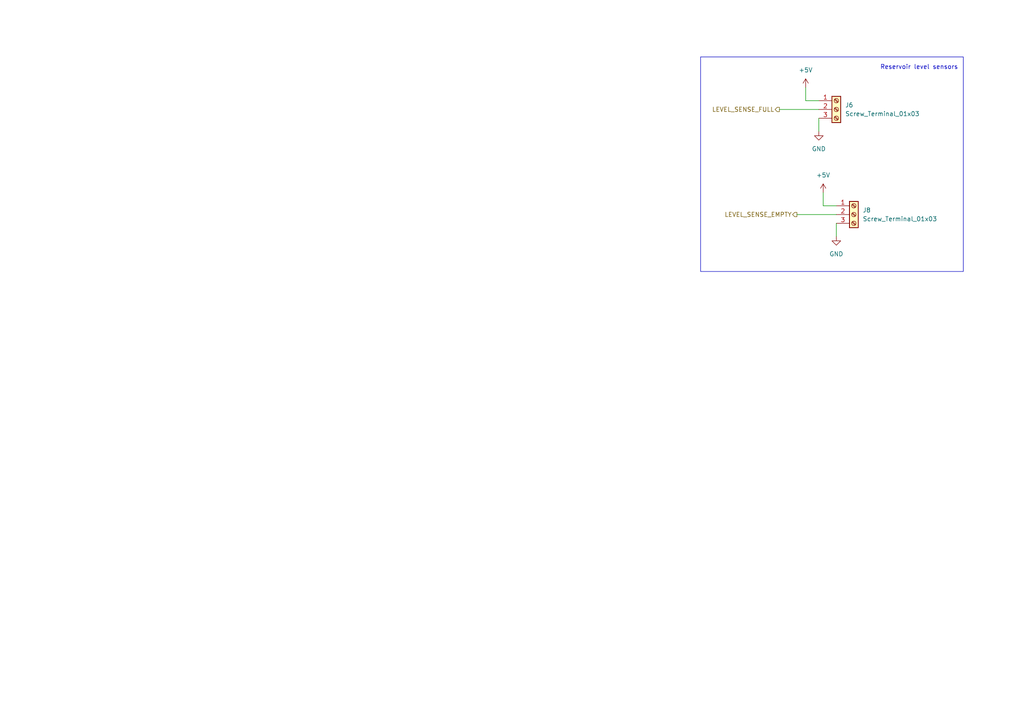
<source format=kicad_sch>
(kicad_sch (version 20230121) (generator eeschema)
  (paper "A4")
  (lib_symbols
    (symbol "Connector:Screw_Terminal_01x03" (pin_names (offset 1.016) hide)
      (property "Reference" "J" (at 0 5.08 0))
      (property "Value" "Screw_Terminal_01x03" (at 0 -5.08 0))
      (symbol "Screw_Terminal_01x03_1_1"
        (rectangle (start -1.27 3.81) (end 1.27 -3.81) (stroke (width 0.254)) (fill (type background)))
        (circle (center 0 -2.54) (radius 0.635) (stroke (width 0.1524)))
        (polyline (pts (xy -0.5334 -2.2098) (xy 0.3302 -3.048)) (stroke (width 0.1524)))
        (polyline (pts (xy -0.5334 0.3302) (xy 0.3302 -0.508)) (stroke (width 0.1524)))
        (polyline (pts (xy -0.5334 2.8702) (xy 0.3302 2.032)) (stroke (width 0.1524)))
        (polyline (pts (xy -0.3556 -2.032) (xy 0.508 -2.8702)) (stroke (width 0.1524)))
        (polyline (pts (xy -0.3556 0.508) (xy 0.508 -0.3302)) (stroke (width 0.1524)))
        (polyline (pts (xy -0.3556 3.048) (xy 0.508 2.2098)) (stroke (width 0.1524)))
        (circle (center 0 0) (radius 0.635) (stroke (width 0.1524)))
        (circle (center 0 2.54) (radius 0.635) (stroke (width 0.1524)))
        (pin passive line (at -5.08 2.54 0) (length 3.81) (name "Pin_1") (number "1"))
        (pin passive line (at -5.08 0 0) (length 3.81) (name "Pin_2") (number "2"))
        (pin passive line (at -5.08 -2.54 0) (length 3.81) (name "Pin_3") (number "3"))
      )
    )
    (symbol "power:+5V" (power) (pin_names (offset 0))
      (property "Value" "+5V" (at 0 3.556 0))
      (symbol "+5V_0_1"
        (polyline (pts (xy -0.762 1.27) (xy 0 2.54)))
        (polyline (pts (xy 0 0) (xy 0 2.54)))
        (polyline (pts (xy 0 2.54) (xy 0.762 1.27)))
      )
      (symbol "+5V_1_1"
        (pin power_in line (at 0 0 90) (length 0) hide (name "+5V") (number "1"))
      )
    )
    (symbol "power:GND" (power) (pin_names (offset 0))
      (property "Value" "GND" (at 0 -3.81 0))
      (symbol "GND_0_1"
        (polyline (pts (xy 0 0) (xy 0 -1.27) (xy 1.27 -1.27) (xy 0 -2.54) (xy -1.27 -1.27) (xy 0 -1.27)))
      )
      (symbol "GND_1_1"
        (pin power_in line (at 0 0 270) (length 0) hide (name "GND") (number "1"))
      )
    )
  )
  (wire (pts (xy 238.76 59.69) (xy 242.57 59.69)))
  (wire (pts (xy 237.49 34.29) (xy 237.49 38.1)))
  (wire (pts (xy 238.76 55.88) (xy 238.76 59.69)))
  (wire (pts (xy 226.06 31.75) (xy 237.49 31.75)))
  (wire (pts (xy 233.68 29.21) (xy 237.49 29.21)))
  (wire (pts (xy 242.57 64.77) (xy 242.57 68.58)))
  (wire (pts (xy 233.68 25.4) (xy 233.68 29.21)))
  (wire (pts (xy 231.14 62.23) (xy 242.57 62.23)))
  (rectangle (start 203.2 16.51) (end 279.4 78.74))
  (text "Reservoir level sensors" (at 255.27 20.32 0) (effects (font (size 1.27 1.27)) (justify left bottom)))
  (hierarchical_label "LEVEL_SENSE_EMPTY" (shape output) (at 231.14 62.23 180))
  (hierarchical_label "LEVEL_SENSE_FULL" (shape output) (at 226.06 31.75 180))
  (symbol (lib_id "power:+5V") (at 238.76 55.88 0) (unit 1)
    (property "Reference" "#PWR012" (effects hide))
    (property "Value" "+5V" (at 238.76 50.8 0))
  )
  (symbol (lib_id "Connector:Screw_Terminal_01x03") (at 247.65 62.23 0) (unit 1)
    (property "Reference" "J8" (at 250.19 60.96 0) (effects (justify left)))
    (property "Value" "Screw_Terminal_01x03" (at 250.19 63.5 0) (effects (justify left)))
  )
  (symbol (lib_id "power:GND") (at 242.57 68.58 0) (unit 1)
    (property "Reference" "#PWR016" (effects hide))
    (property "Value" "GND" (at 242.57 73.66 0))
  )
  (symbol (lib_id "power:GND") (at 237.49 38.1 0) (unit 1)
    (property "Reference" "#PWR011" (effects hide))
    (property "Value" "GND" (at 237.49 43.18 0))
  )
  (symbol (lib_id "Connector:Screw_Terminal_01x03") (at 242.57 31.75 0) (unit 1)
    (property "Reference" "J6" (at 245.11 30.48 0) (effects (justify left)))
    (property "Value" "Screw_Terminal_01x03" (at 245.11 33.02 0) (effects (justify left)))
  )
  (symbol (lib_id "power:+5V") (at 233.68 25.4 0) (unit 1)
    (property "Reference" "#PWR010" (effects hide))
    (property "Value" "+5V" (at 233.68 20.32 0))
  )
)
</source>
